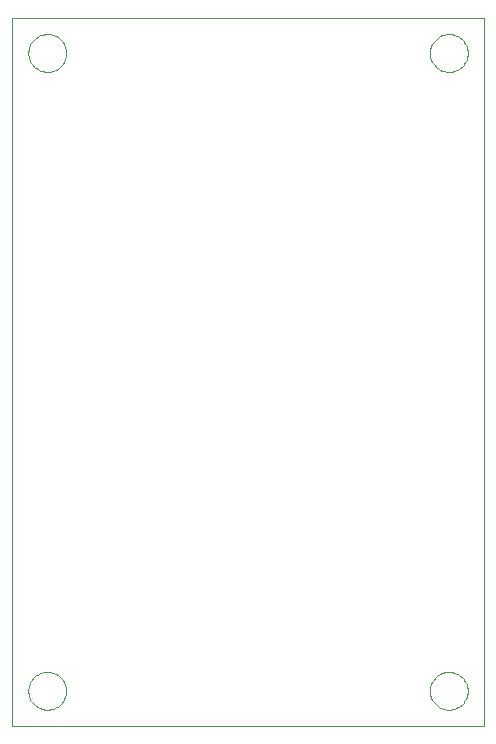
<source format=gko>
G75*
G70*
%OFA0B0*%
%FSLAX24Y24*%
%IPPOS*%
%LPD*%
%AMOC8*
5,1,8,0,0,1.08239X$1,22.5*
%
%ADD10C,0.0000*%
D10*
X000232Y000160D02*
X015980Y000160D01*
X015980Y023782D01*
X000232Y023782D01*
X000232Y000160D01*
X000783Y001341D02*
X000785Y001391D01*
X000791Y001441D01*
X000801Y001490D01*
X000815Y001538D01*
X000832Y001585D01*
X000853Y001630D01*
X000878Y001674D01*
X000906Y001715D01*
X000938Y001754D01*
X000972Y001791D01*
X001009Y001825D01*
X001049Y001855D01*
X001091Y001882D01*
X001135Y001906D01*
X001181Y001927D01*
X001228Y001943D01*
X001276Y001956D01*
X001326Y001965D01*
X001375Y001970D01*
X001426Y001971D01*
X001476Y001968D01*
X001525Y001961D01*
X001574Y001950D01*
X001622Y001935D01*
X001668Y001917D01*
X001713Y001895D01*
X001756Y001869D01*
X001797Y001840D01*
X001836Y001808D01*
X001872Y001773D01*
X001904Y001735D01*
X001934Y001695D01*
X001961Y001652D01*
X001984Y001608D01*
X002003Y001562D01*
X002019Y001514D01*
X002031Y001465D01*
X002039Y001416D01*
X002043Y001366D01*
X002043Y001316D01*
X002039Y001266D01*
X002031Y001217D01*
X002019Y001168D01*
X002003Y001120D01*
X001984Y001074D01*
X001961Y001030D01*
X001934Y000987D01*
X001904Y000947D01*
X001872Y000909D01*
X001836Y000874D01*
X001797Y000842D01*
X001756Y000813D01*
X001713Y000787D01*
X001668Y000765D01*
X001622Y000747D01*
X001574Y000732D01*
X001525Y000721D01*
X001476Y000714D01*
X001426Y000711D01*
X001375Y000712D01*
X001326Y000717D01*
X001276Y000726D01*
X001228Y000739D01*
X001181Y000755D01*
X001135Y000776D01*
X001091Y000800D01*
X001049Y000827D01*
X001009Y000857D01*
X000972Y000891D01*
X000938Y000928D01*
X000906Y000967D01*
X000878Y001008D01*
X000853Y001052D01*
X000832Y001097D01*
X000815Y001144D01*
X000801Y001192D01*
X000791Y001241D01*
X000785Y001291D01*
X000783Y001341D01*
X014169Y001341D02*
X014171Y001391D01*
X014177Y001441D01*
X014187Y001490D01*
X014201Y001538D01*
X014218Y001585D01*
X014239Y001630D01*
X014264Y001674D01*
X014292Y001715D01*
X014324Y001754D01*
X014358Y001791D01*
X014395Y001825D01*
X014435Y001855D01*
X014477Y001882D01*
X014521Y001906D01*
X014567Y001927D01*
X014614Y001943D01*
X014662Y001956D01*
X014712Y001965D01*
X014761Y001970D01*
X014812Y001971D01*
X014862Y001968D01*
X014911Y001961D01*
X014960Y001950D01*
X015008Y001935D01*
X015054Y001917D01*
X015099Y001895D01*
X015142Y001869D01*
X015183Y001840D01*
X015222Y001808D01*
X015258Y001773D01*
X015290Y001735D01*
X015320Y001695D01*
X015347Y001652D01*
X015370Y001608D01*
X015389Y001562D01*
X015405Y001514D01*
X015417Y001465D01*
X015425Y001416D01*
X015429Y001366D01*
X015429Y001316D01*
X015425Y001266D01*
X015417Y001217D01*
X015405Y001168D01*
X015389Y001120D01*
X015370Y001074D01*
X015347Y001030D01*
X015320Y000987D01*
X015290Y000947D01*
X015258Y000909D01*
X015222Y000874D01*
X015183Y000842D01*
X015142Y000813D01*
X015099Y000787D01*
X015054Y000765D01*
X015008Y000747D01*
X014960Y000732D01*
X014911Y000721D01*
X014862Y000714D01*
X014812Y000711D01*
X014761Y000712D01*
X014712Y000717D01*
X014662Y000726D01*
X014614Y000739D01*
X014567Y000755D01*
X014521Y000776D01*
X014477Y000800D01*
X014435Y000827D01*
X014395Y000857D01*
X014358Y000891D01*
X014324Y000928D01*
X014292Y000967D01*
X014264Y001008D01*
X014239Y001052D01*
X014218Y001097D01*
X014201Y001144D01*
X014187Y001192D01*
X014177Y001241D01*
X014171Y001291D01*
X014169Y001341D01*
X014169Y022601D02*
X014171Y022651D01*
X014177Y022701D01*
X014187Y022750D01*
X014201Y022798D01*
X014218Y022845D01*
X014239Y022890D01*
X014264Y022934D01*
X014292Y022975D01*
X014324Y023014D01*
X014358Y023051D01*
X014395Y023085D01*
X014435Y023115D01*
X014477Y023142D01*
X014521Y023166D01*
X014567Y023187D01*
X014614Y023203D01*
X014662Y023216D01*
X014712Y023225D01*
X014761Y023230D01*
X014812Y023231D01*
X014862Y023228D01*
X014911Y023221D01*
X014960Y023210D01*
X015008Y023195D01*
X015054Y023177D01*
X015099Y023155D01*
X015142Y023129D01*
X015183Y023100D01*
X015222Y023068D01*
X015258Y023033D01*
X015290Y022995D01*
X015320Y022955D01*
X015347Y022912D01*
X015370Y022868D01*
X015389Y022822D01*
X015405Y022774D01*
X015417Y022725D01*
X015425Y022676D01*
X015429Y022626D01*
X015429Y022576D01*
X015425Y022526D01*
X015417Y022477D01*
X015405Y022428D01*
X015389Y022380D01*
X015370Y022334D01*
X015347Y022290D01*
X015320Y022247D01*
X015290Y022207D01*
X015258Y022169D01*
X015222Y022134D01*
X015183Y022102D01*
X015142Y022073D01*
X015099Y022047D01*
X015054Y022025D01*
X015008Y022007D01*
X014960Y021992D01*
X014911Y021981D01*
X014862Y021974D01*
X014812Y021971D01*
X014761Y021972D01*
X014712Y021977D01*
X014662Y021986D01*
X014614Y021999D01*
X014567Y022015D01*
X014521Y022036D01*
X014477Y022060D01*
X014435Y022087D01*
X014395Y022117D01*
X014358Y022151D01*
X014324Y022188D01*
X014292Y022227D01*
X014264Y022268D01*
X014239Y022312D01*
X014218Y022357D01*
X014201Y022404D01*
X014187Y022452D01*
X014177Y022501D01*
X014171Y022551D01*
X014169Y022601D01*
X000783Y022601D02*
X000785Y022651D01*
X000791Y022701D01*
X000801Y022750D01*
X000815Y022798D01*
X000832Y022845D01*
X000853Y022890D01*
X000878Y022934D01*
X000906Y022975D01*
X000938Y023014D01*
X000972Y023051D01*
X001009Y023085D01*
X001049Y023115D01*
X001091Y023142D01*
X001135Y023166D01*
X001181Y023187D01*
X001228Y023203D01*
X001276Y023216D01*
X001326Y023225D01*
X001375Y023230D01*
X001426Y023231D01*
X001476Y023228D01*
X001525Y023221D01*
X001574Y023210D01*
X001622Y023195D01*
X001668Y023177D01*
X001713Y023155D01*
X001756Y023129D01*
X001797Y023100D01*
X001836Y023068D01*
X001872Y023033D01*
X001904Y022995D01*
X001934Y022955D01*
X001961Y022912D01*
X001984Y022868D01*
X002003Y022822D01*
X002019Y022774D01*
X002031Y022725D01*
X002039Y022676D01*
X002043Y022626D01*
X002043Y022576D01*
X002039Y022526D01*
X002031Y022477D01*
X002019Y022428D01*
X002003Y022380D01*
X001984Y022334D01*
X001961Y022290D01*
X001934Y022247D01*
X001904Y022207D01*
X001872Y022169D01*
X001836Y022134D01*
X001797Y022102D01*
X001756Y022073D01*
X001713Y022047D01*
X001668Y022025D01*
X001622Y022007D01*
X001574Y021992D01*
X001525Y021981D01*
X001476Y021974D01*
X001426Y021971D01*
X001375Y021972D01*
X001326Y021977D01*
X001276Y021986D01*
X001228Y021999D01*
X001181Y022015D01*
X001135Y022036D01*
X001091Y022060D01*
X001049Y022087D01*
X001009Y022117D01*
X000972Y022151D01*
X000938Y022188D01*
X000906Y022227D01*
X000878Y022268D01*
X000853Y022312D01*
X000832Y022357D01*
X000815Y022404D01*
X000801Y022452D01*
X000791Y022501D01*
X000785Y022551D01*
X000783Y022601D01*
M02*

</source>
